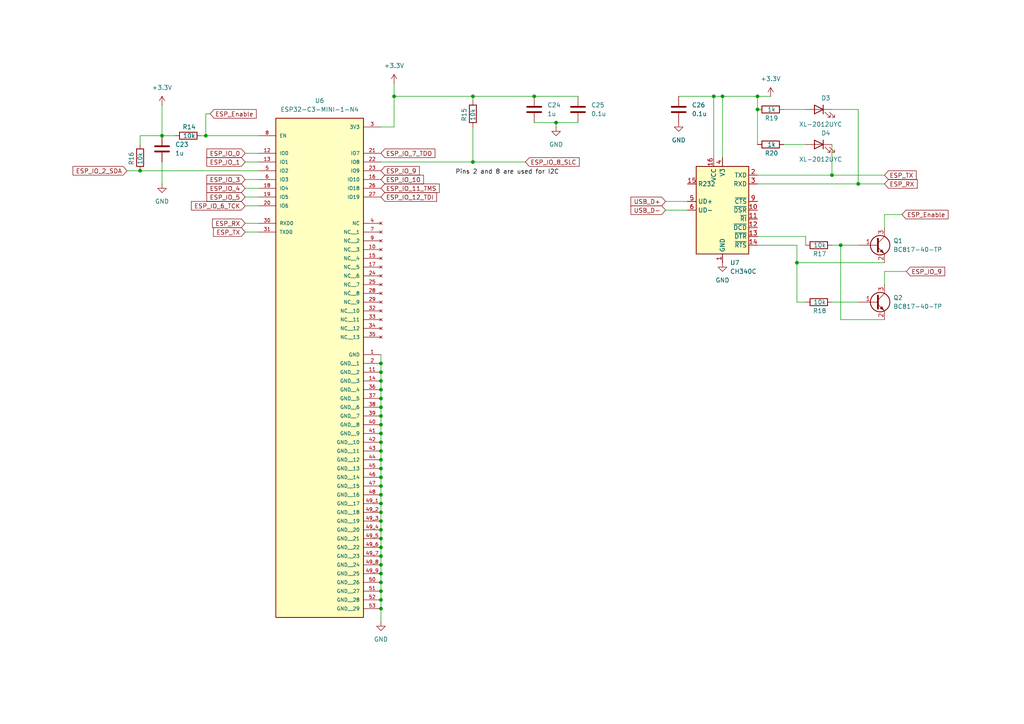
<source format=kicad_sch>
(kicad_sch (version 20231120) (generator "eeschema") (generator_version "8.0")
  (paper "A4")
  (lib_symbols
    (symbol "Device:C" (pin_numbers hide) (pin_names (offset 0.254))
      (property "Reference" "C" (at 0.635 2.54 0))
      (property "Value" "C" (at 0.635 -2.54 0))
      (symbol "C_0_1"
        (polyline (pts (xy -2.032 -0.762) (xy 2.032 -0.762)) (stroke (width 0.508)))
        (polyline (pts (xy -2.032 0.762) (xy 2.032 0.762)) (stroke (width 0.508)))
      )
      (symbol "C_1_1"
        (pin passive line (at 0 3.81 270) (length 2.794) (name "~") (number "1"))
        (pin passive line (at 0 -3.81 90) (length 2.794) (name "~") (number "2"))
      )
    )
    (symbol "Device:LED" (pin_numbers hide) (pin_names (offset 1.016) hide)
      (property "Reference" "D" (at 0 2.54 0))
      (property "Value" "LED" (at 0 -2.54 0))
      (symbol "LED_0_1"
        (polyline (pts (xy -1.27 -1.27) (xy -1.27 1.27)) (stroke (width 0.254)))
        (polyline (pts (xy -1.27 0) (xy 1.27 0)))
        (polyline (pts (xy 1.27 -1.27) (xy 1.27 1.27) (xy -1.27 0) (xy 1.27 -1.27)) (stroke (width 0.254)))
        (polyline (pts (xy -3.048 -0.762) (xy -4.572 -2.286) (xy -3.81 -2.286) (xy -4.572 -2.286) (xy -4.572 -1.524)))
        (polyline (pts (xy -1.778 -0.762) (xy -3.302 -2.286) (xy -2.54 -2.286) (xy -3.302 -2.286) (xy -3.302 -1.524)))
      )
      (symbol "LED_1_1"
        (pin passive line (at -3.81 0 0) (length 2.54) (name "K") (number "1"))
        (pin passive line (at 3.81 0 180) (length 2.54) (name "A") (number "2"))
      )
    )
    (symbol "Device:R" (pin_numbers hide) (pin_names (offset 0))
      (property "Reference" "R" (at 2.032 0 90))
      (property "Value" "R" (at 0 0 90))
      (symbol "R_0_1"
        (rectangle (start -1.016 -2.54) (end 1.016 2.54) (stroke (width 0.254)))
      )
      (symbol "R_1_1"
        (pin passive line (at 0 3.81 270) (length 1.27) (name "~") (number "1"))
        (pin passive line (at 0 -3.81 90) (length 1.27) (name "~") (number "2"))
      )
    )
    (symbol "Interface_USB:CH340C"
      (property "Reference" "U" (at -5.08 13.97 0))
      (property "Value" "CH340C" (at 1.27 13.97 0))
      (symbol "CH340C_0_1"
        (rectangle (start -7.62 12.7) (end 7.62 -12.7) (stroke (width 0.254)) (fill (type background)))
      )
      (symbol "CH340C_1_1"
        (pin power_in line (at 0 -15.24 90) (length 2.54) (name "GND") (number "1"))
        (pin input line (at 10.16 0 180) (length 2.54) (name "~{DSR}") (number "10"))
        (pin input line (at 10.16 -2.54 180) (length 2.54) (name "~{RI}") (number "11"))
        (pin input line (at 10.16 -5.08 180) (length 2.54) (name "~{DCD}") (number "12"))
        (pin output line (at 10.16 -7.62 180) (length 2.54) (name "~{DTR}") (number "13"))
        (pin output line (at 10.16 -10.16 180) (length 2.54) (name "~{RTS}") (number "14"))
        (pin input line (at -10.16 7.62 0) (length 2.54) (name "R232") (number "15"))
        (pin power_in line (at -2.54 15.24 270) (length 2.54) (name "VCC") (number "16"))
        (pin output line (at 10.16 10.16 180) (length 2.54) (name "TXD") (number "2"))
        (pin input line (at 10.16 7.62 180) (length 2.54) (name "RXD") (number "3"))
        (pin power_out line (at 0 15.24 270) (length 2.54) (name "V3") (number "4"))
        (pin bidirectional line (at -10.16 2.54 0) (length 2.54) (name "UD+") (number "5"))
        (pin bidirectional line (at -10.16 0 0) (length 2.54) (name "UD-") (number "6"))
        (pin no_connect line (at -7.62 -5.08 0) (length 2.54) hide (name "NC") (number "7"))
        (pin no_connect line (at -7.62 -7.62 0) (length 2.54) hide (name "NC") (number "8"))
        (pin input line (at 10.16 2.54 180) (length 2.54) (name "~{CTS}") (number "9"))
      )
    )
    (symbol "Symbol_Library:ESP32-C3-MINI-1-N4" (pin_names (offset 1.016))
      (property "Reference" "U" (at -12.7 18.796 0))
      (property "Value" "ESP32-C3-MINI-1-N4" (at -12.7 -129.54 0))
      (symbol "ESP32-C3-MINI-1-N4_0_0"
        (rectangle (start -12.7 17.78) (end 12.7 -127) (stroke (width 0.254)) (fill (type background)))
        (pin power_in line (at 17.78 -50.8 180) (length 5.08) (name "GND") (number "1"))
        (pin no_connect line (at 17.78 -20.32 180) (length 5.08) (name "NC__3") (number "10"))
        (pin power_in line (at 17.78 -55.88 180) (length 5.08) (name "GND__2") (number "11"))
        (pin bidirectional line (at -17.78 7.62 0) (length 5.08) (name "IO0") (number "12"))
        (pin bidirectional line (at -17.78 5.08 0) (length 5.08) (name "IO1") (number "13"))
        (pin power_in line (at 17.78 -58.42 180) (length 5.08) (name "GND__3") (number "14"))
        (pin no_connect line (at 17.78 -22.86 180) (length 5.08) (name "NC__4") (number "15"))
        (pin bidirectional line (at 17.78 0 180) (length 5.08) (name "IO10") (number "16"))
        (pin no_connect line (at 17.78 -25.4 180) (length 5.08) (name "NC__5") (number "17"))
        (pin bidirectional line (at -17.78 -2.54 0) (length 5.08) (name "IO4") (number "18"))
        (pin bidirectional line (at -17.78 -5.08 0) (length 5.08) (name "IO5") (number "19"))
        (pin power_in line (at 17.78 -53.34 180) (length 5.08) (name "GND__1") (number "2"))
        (pin bidirectional line (at -17.78 -7.62 0) (length 5.08) (name "IO6") (number "20"))
        (pin bidirectional line (at 17.78 7.62 180) (length 5.08) (name "IO7") (number "21"))
        (pin bidirectional line (at 17.78 5.08 180) (length 5.08) (name "IO8") (number "22"))
        (pin bidirectional line (at 17.78 2.54 180) (length 5.08) (name "IO9") (number "23"))
        (pin no_connect line (at 17.78 -27.94 180) (length 5.08) (name "NC__6") (number "24"))
        (pin no_connect line (at 17.78 -30.48 180) (length 5.08) (name "NC__7") (number "25"))
        (pin bidirectional line (at 17.78 -2.54 180) (length 5.08) (name "IO18") (number "26"))
        (pin bidirectional line (at 17.78 -5.08 180) (length 5.08) (name "IO19") (number "27"))
        (pin no_connect line (at 17.78 -33.02 180) (length 5.08) (name "NC__8") (number "28"))
        (pin no_connect line (at 17.78 -35.56 180) (length 5.08) (name "NC__9") (number "29"))
        (pin power_in line (at 17.78 15.24 180) (length 5.08) (name "3V3") (number "3"))
        (pin bidirectional line (at -17.78 -12.7 0) (length 5.08) (name "RXD0") (number "30"))
        (pin bidirectional line (at -17.78 -15.24 0) (length 5.08) (name "TXD0") (number "31"))
        (pin no_connect line (at 17.78 -38.1 180) (length 5.08) (name "NC__10") (number "32"))
        (pin no_connect line (at 17.78 -40.64 180) (length 5.08) (name "NC__11") (number "33"))
        (pin no_connect line (at 17.78 -43.18 180) (length 5.08) (name "NC__12") (number "34"))
        (pin no_connect line (at 17.78 -45.72 180) (length 5.08) (name "NC__13") (number "35"))
        (pin power_in line (at 17.78 -60.96 180) (length 5.08) (name "GND__4") (number "36"))
        (pin power_in line (at 17.78 -63.5 180) (length 5.08) (name "GND__5") (number "37"))
        (pin power_in line (at 17.78 -66.04 180) (length 5.08) (name "GND__6") (number "38"))
        (pin power_in line (at 17.78 -68.58 180) (length 5.08) (name "GND__7") (number "39"))
        (pin no_connect line (at 17.78 -12.7 180) (length 5.08) (name "NC") (number "4"))
        (pin power_in line (at 17.78 -71.12 180) (length 5.08) (name "GND__8") (number "40"))
        (pin power_in line (at 17.78 -73.66 180) (length 5.08) (name "GND__9") (number "41"))
        (pin power_in line (at 17.78 -76.2 180) (length 5.08) (name "GND__10") (number "42"))
        (pin power_in line (at 17.78 -78.74 180) (length 5.08) (name "GND__11") (number "43"))
        (pin power_in line (at 17.78 -81.28 180) (length 5.08) (name "GND__12") (number "44"))
        (pin power_in line (at 17.78 -83.82 180) (length 5.08) (name "GND__13") (number "45"))
        (pin power_in line (at 17.78 -86.36 180) (length 5.08) (name "GND__14") (number "46"))
        (pin power_in line (at 17.78 -88.9 180) (length 5.08) (name "GND__15") (number "47"))
        (pin power_in line (at 17.78 -91.44 180) (length 5.08) (name "GND__16") (number "48"))
        (pin power_in line (at 17.78 -93.98 180) (length 5.08) (name "GND__17") (number "49_1"))
        (pin power_in line (at 17.78 -96.52 180) (length 5.08) (name "GND__18") (number "49_2"))
        (pin power_in line (at 17.78 -99.06 180) (length 5.08) (name "GND__19") (number "49_3"))
        (pin power_in line (at 17.78 -101.6 180) (length 5.08) (name "GND__20") (number "49_4"))
        (pin power_in line (at 17.78 -104.14 180) (length 5.08) (name "GND__21") (number "49_5"))
        (pin power_in line (at 17.78 -106.68 180) (length 5.08) (name "GND__22") (number "49_6"))
        (pin power_in line (at 17.78 -109.22 180) (length 5.08) (name "GND__23") (number "49_7"))
        (pin power_in line (at 17.78 -111.76 180) (length 5.08) (name "GND__24") (number "49_8"))
        (pin power_in line (at 17.78 -114.3 180) (length 5.08) (name "GND__25") (number "49_9"))
        (pin bidirectional line (at -17.78 2.54 0) (length 5.08) (name "IO2") (number "5"))
        (pin power_in line (at 17.78 -116.84 180) (length 5.08) (name "GND__26") (number "50"))
        (pin power_in line (at 17.78 -119.38 180) (length 5.08) (name "GND__27") (number "51"))
        (pin power_in line (at 17.78 -121.92 180) (length 5.08) (name "GND__28") (number "52"))
        (pin power_in line (at 17.78 -124.46 180) (length 5.08) (name "GND__29") (number "53"))
        (pin bidirectional line (at -17.78 0 0) (length 5.08) (name "IO3") (number "6"))
        (pin no_connect line (at 17.78 -15.24 180) (length 5.08) (name "NC__1") (number "7"))
        (pin input line (at -17.78 12.7 0) (length 5.08) (name "EN") (number "8"))
        (pin no_connect line (at 17.78 -17.78 180) (length 5.08) (name "NC__2") (number "9"))
      )
    )
    (symbol "Transistor_BJT:BC817" (pin_names (offset 0) hide)
      (property "Reference" "Q" (at 5.08 1.905 0))
      (property "Value" "BC817" (at 5.08 0 0))
      (symbol "BC817_0_1"
        (polyline (pts (xy 0.635 0.635) (xy 2.54 2.54)))
        (polyline (pts (xy 0.635 -0.635) (xy 2.54 -2.54) (xy 2.54 -2.54)))
        (polyline (pts (xy 0.635 1.905) (xy 0.635 -1.905) (xy 0.635 -1.905)) (stroke (width 0.508)))
        (polyline (pts (xy 1.27 -1.778) (xy 1.778 -1.27) (xy 2.286 -2.286) (xy 1.27 -1.778) (xy 1.27 -1.778)) (fill (type outline)))
        (circle (center 1.27 0) (radius 2.8194) (stroke (width 0.254)))
      )
      (symbol "BC817_1_1"
        (pin input line (at -5.08 0 0) (length 5.715) (name "B") (number "1"))
        (pin passive line (at 2.54 -5.08 90) (length 2.54) (name "E") (number "2"))
        (pin passive line (at 2.54 5.08 270) (length 2.54) (name "C") (number "3"))
      )
    )
    (symbol "power:+3.3V" (power) (pin_numbers hide) (pin_names (offset 0) hide)
      (property "Value" "+3.3V" (at 0 3.556 0))
      (symbol "+3.3V_0_1"
        (polyline (pts (xy -0.762 1.27) (xy 0 2.54)))
        (polyline (pts (xy 0 0) (xy 0 2.54)))
        (polyline (pts (xy 0 2.54) (xy 0.762 1.27)))
      )
      (symbol "+3.3V_1_1"
        (pin power_in line (at 0 0 90) (length 0) (name "~") (number "1"))
      )
    )
    (symbol "power:GND" (power) (pin_numbers hide) (pin_names (offset 0) hide)
      (property "Value" "GND" (at 0 -3.81 0))
      (symbol "GND_0_1"
        (polyline (pts (xy 0 0) (xy 0 -1.27) (xy 1.27 -1.27) (xy 0 -2.54) (xy -1.27 -1.27) (xy 0 -1.27)))
      )
      (symbol "GND_1_1"
        (pin power_in line (at 0 0 270) (length 0) (name "~") (number "1"))
      )
    )
  )
  (junction (at 161.29 35.56))
  (junction (at 137.16 46.99))
  (junction (at 114.3 27.94))
  (junction (at 110.49 166.37))
  (junction (at 110.49 171.45))
  (junction (at 219.71 27.94))
  (junction (at 241.3 50.8))
  (junction (at 110.49 115.57))
  (junction (at 110.49 113.03))
  (junction (at 110.49 163.83))
  (junction (at 248.92 53.34))
  (junction (at 110.49 120.65))
  (junction (at 110.49 176.53))
  (junction (at 243.84 71.12))
  (junction (at 110.49 143.51))
  (junction (at 110.49 107.95))
  (junction (at 110.49 110.49))
  (junction (at 46.99 39.37))
  (junction (at 110.49 148.59))
  (junction (at 219.71 31.75))
  (junction (at 110.49 138.43))
  (junction (at 110.49 130.81))
  (junction (at 209.55 27.94))
  (junction (at 231.14 76.2))
  (junction (at 110.49 118.11))
  (junction (at 137.16 27.94))
  (junction (at 154.94 27.94))
  (junction (at 110.49 153.67))
  (junction (at 110.49 125.73))
  (junction (at 207.01 27.94))
  (junction (at 110.49 146.05))
  (junction (at 110.49 156.21))
  (junction (at 40.64 49.53))
  (junction (at 110.49 133.35))
  (junction (at 110.49 173.99))
  (junction (at 110.49 161.29))
  (junction (at 110.49 128.27))
  (junction (at 110.49 158.75))
  (junction (at 110.49 123.19))
  (junction (at 110.49 105.41))
  (junction (at 110.49 140.97))
  (junction (at 110.49 135.89))
  (junction (at 110.49 151.13))
  (junction (at 59.69 39.37))
  (junction (at 110.49 168.91))
  (wire (pts (xy 36.83 49.53) (xy 40.64 49.53)))
  (wire (pts (xy 110.49 168.91) (xy 110.49 171.45)))
  (wire (pts (xy 219.71 71.12) (xy 231.14 71.12)))
  (wire (pts (xy 243.84 71.12) (xy 248.92 71.12)))
  (wire (pts (xy 137.16 27.94) (xy 137.16 29.21)))
  (wire (pts (xy 110.49 105.41) (xy 110.49 107.95)))
  (wire (pts (xy 241.3 31.75) (xy 248.92 31.75)))
  (wire (pts (xy 114.3 36.83) (xy 110.49 36.83)))
  (wire (pts (xy 209.55 27.94) (xy 209.55 45.72)))
  (wire (pts (xy 243.84 92.71) (xy 256.54 92.71)))
  (wire (pts (xy 110.49 151.13) (xy 110.49 153.67)))
  (wire (pts (xy 110.49 156.21) (xy 110.49 158.75)))
  (wire (pts (xy 262.89 78.74) (xy 256.54 78.74)))
  (wire (pts (xy 40.64 41.91) (xy 40.64 39.37)))
  (wire (pts (xy 110.49 173.99) (xy 110.49 176.53)))
  (wire (pts (xy 231.14 76.2) (xy 231.14 87.63)))
  (wire (pts (xy 114.3 27.94) (xy 137.16 27.94)))
  (wire (pts (xy 196.85 27.94) (xy 207.01 27.94)))
  (wire (pts (xy 110.49 143.51) (xy 110.49 146.05)))
  (wire (pts (xy 110.49 163.83) (xy 110.49 166.37)))
  (wire (pts (xy 110.49 110.49) (xy 110.49 113.03)))
  (wire (pts (xy 110.49 135.89) (xy 110.49 138.43)))
  (wire (pts (xy 161.29 35.56) (xy 167.64 35.56)))
  (wire (pts (xy 219.71 27.94) (xy 223.52 27.94)))
  (wire (pts (xy 110.49 148.59) (xy 110.49 151.13)))
  (wire (pts (xy 154.94 35.56) (xy 161.29 35.56)))
  (wire (pts (xy 231.14 76.2) (xy 256.54 76.2)))
  (wire (pts (xy 243.84 92.71) (xy 243.84 71.12)))
  (wire (pts (xy 233.68 68.58) (xy 219.71 68.58)))
  (wire (pts (xy 110.49 123.19) (xy 110.49 125.73)))
  (wire (pts (xy 40.64 39.37) (xy 46.99 39.37)))
  (wire (pts (xy 248.92 31.75) (xy 248.92 53.34)))
  (wire (pts (xy 71.12 64.77) (xy 74.93 64.77)))
  (wire (pts (xy 110.49 146.05) (xy 110.49 148.59)))
  (wire (pts (xy 248.92 53.34) (xy 256.54 53.34)))
  (wire (pts (xy 227.33 31.75) (xy 233.68 31.75)))
  (wire (pts (xy 137.16 27.94) (xy 154.94 27.94)))
  (wire (pts (xy 110.49 107.95) (xy 110.49 110.49)))
  (wire (pts (xy 110.49 133.35) (xy 110.49 135.89)))
  (wire (pts (xy 46.99 53.34) (xy 46.99 46.99)))
  (wire (pts (xy 227.33 41.91) (xy 233.68 41.91)))
  (wire (pts (xy 209.55 27.94) (xy 219.71 27.94)))
  (wire (pts (xy 110.49 166.37) (xy 110.49 168.91)))
  (wire (pts (xy 71.12 52.07) (xy 74.93 52.07)))
  (wire (pts (xy 59.69 39.37) (xy 74.93 39.37)))
  (wire (pts (xy 110.49 176.53) (xy 110.49 180.34)))
  (wire (pts (xy 152.4 46.99) (xy 137.16 46.99)))
  (wire (pts (xy 110.49 158.75) (xy 110.49 161.29)))
  (wire (pts (xy 110.49 115.57) (xy 110.49 118.11)))
  (wire (pts (xy 219.71 53.34) (xy 248.92 53.34)))
  (wire (pts (xy 46.99 30.48) (xy 46.99 39.37)))
  (wire (pts (xy 233.68 71.12) (xy 233.68 68.58)))
  (wire (pts (xy 110.49 120.65) (xy 110.49 123.19)))
  (wire (pts (xy 219.71 31.75) (xy 219.71 41.91)))
  (wire (pts (xy 241.3 87.63) (xy 248.92 87.63)))
  (wire (pts (xy 219.71 50.8) (xy 241.3 50.8)))
  (wire (pts (xy 110.49 102.87) (xy 110.49 105.41)))
  (wire (pts (xy 71.12 59.69) (xy 74.93 59.69)))
  (wire (pts (xy 114.3 24.13) (xy 114.3 27.94)))
  (wire (pts (xy 256.54 78.74) (xy 256.54 82.55)))
  (wire (pts (xy 71.12 54.61) (xy 74.93 54.61)))
  (wire (pts (xy 71.12 67.31) (xy 74.93 67.31)))
  (wire (pts (xy 219.71 27.94) (xy 219.71 31.75)))
  (wire (pts (xy 110.49 138.43) (xy 110.49 140.97)))
  (wire (pts (xy 110.49 125.73) (xy 110.49 128.27)))
  (wire (pts (xy 71.12 46.99) (xy 74.93 46.99)))
  (wire (pts (xy 110.49 153.67) (xy 110.49 156.21)))
  (wire (pts (xy 256.54 62.23) (xy 256.54 66.04)))
  (wire (pts (xy 241.3 50.8) (xy 256.54 50.8)))
  (wire (pts (xy 59.69 39.37) (xy 58.42 39.37)))
  (wire (pts (xy 60.96 33.02) (xy 59.69 33.02)))
  (wire (pts (xy 110.49 161.29) (xy 110.49 163.83)))
  (wire (pts (xy 154.94 27.94) (xy 167.64 27.94)))
  (wire (pts (xy 193.04 60.96) (xy 199.39 60.96)))
  (wire (pts (xy 40.64 49.53) (xy 74.93 49.53)))
  (wire (pts (xy 110.49 130.81) (xy 110.49 133.35)))
  (wire (pts (xy 231.14 71.12) (xy 231.14 76.2)))
  (wire (pts (xy 241.3 71.12) (xy 243.84 71.12)))
  (wire (pts (xy 261.62 62.23) (xy 256.54 62.23)))
  (wire (pts (xy 161.29 35.56) (xy 161.29 36.83)))
  (wire (pts (xy 193.04 58.42) (xy 199.39 58.42)))
  (wire (pts (xy 59.69 33.02) (xy 59.69 39.37)))
  (wire (pts (xy 110.49 118.11) (xy 110.49 120.65)))
  (wire (pts (xy 110.49 140.97) (xy 110.49 143.51)))
  (wire (pts (xy 137.16 36.83) (xy 137.16 46.99)))
  (wire (pts (xy 71.12 57.15) (xy 74.93 57.15)))
  (wire (pts (xy 114.3 27.94) (xy 114.3 36.83)))
  (wire (pts (xy 231.14 87.63) (xy 233.68 87.63)))
  (wire (pts (xy 110.49 171.45) (xy 110.49 173.99)))
  (wire (pts (xy 110.49 128.27) (xy 110.49 130.81)))
  (wire (pts (xy 46.99 39.37) (xy 50.8 39.37)))
  (wire (pts (xy 71.12 44.45) (xy 74.93 44.45)))
  (wire (pts (xy 110.49 113.03) (xy 110.49 115.57)))
  (wire (pts (xy 207.01 27.94) (xy 209.55 27.94)))
  (wire (pts (xy 207.01 27.94) (xy 207.01 45.72)))
  (wire (pts (xy 137.16 46.99) (xy 110.49 46.99)))
  (wire (pts (xy 241.3 50.8) (xy 241.3 41.91)))
  (label "Pins 2 and 8 are used for I2C " (at 132.08 50.8 0))
  (global_label "ESP_IO_8_SLC" (shape input) (at 152.4 46.99 0) (property "Intersheetrefs" "${INTERSHEET_REFS}" (at 168.5689 46.99 0) (effects (justify left))))
  (global_label "ESP_IO_4" (shape input) (at 71.12 54.61 180) (property "Intersheetrefs" "${INTERSHEET_REFS}" (at 59.4263 54.61 0) (effects (justify right))))
  (global_label "ESP_IO_10" (shape input) (at 110.49 52.07 0) (property "Intersheetrefs" "${INTERSHEET_REFS}" (at 123.3932 52.07 0) (effects (justify left))))
  (global_label "ESP_TX" (shape input) (at 256.54 50.8 0) (property "Intersheetrefs" "${INTERSHEET_REFS}" (at 266.2984 50.8 0) (effects (justify left))))
  (global_label "ESP_IO_2_SDA" (shape input) (at 36.83 49.53 180) (property "Intersheetrefs" "${INTERSHEET_REFS}" (at 20.6006 49.53 0) (effects (justify right))))
  (global_label "ESP_IO_12_TDI" (shape input) (at 110.49 57.15 0) (property "Intersheetrefs" "${INTERSHEET_REFS}" (at 127.2032 57.15 0) (effects (justify left))))
  (global_label "ESP_IO_5" (shape input) (at 71.12 57.15 180) (property "Intersheetrefs" "${INTERSHEET_REFS}" (at 59.4263 57.15 0) (effects (justify right))))
  (global_label "ESP_IO_0" (shape input) (at 71.12 44.45 180) (property "Intersheetrefs" "${INTERSHEET_REFS}" (at 59.4263 44.45 0) (effects (justify right))))
  (global_label "USB_D+" (shape input) (at 193.04 58.42 180) (property "Intersheetrefs" "${INTERSHEET_REFS}" (at 182.4348 58.42 0) (effects (justify right))))
  (global_label "USB_D-" (shape input) (at 193.04 60.96 180) (property "Intersheetrefs" "${INTERSHEET_REFS}" (at 182.4348 60.96 0) (effects (justify right))))
  (global_label "ESP_IO_9" (shape input) (at 262.89 78.74 0) (property "Intersheetrefs" "${INTERSHEET_REFS}" (at 274.5837 78.74 0) (effects (justify left))))
  (global_label "ESP_RX" (shape input) (at 256.54 53.34 0) (property "Intersheetrefs" "${INTERSHEET_REFS}" (at 266.6008 53.34 0) (effects (justify left))))
  (global_label "ESP_IO_3" (shape input) (at 71.12 52.07 180) (property "Intersheetrefs" "${INTERSHEET_REFS}" (at 59.4263 52.07 0) (effects (justify right))))
  (global_label "ESP_IO_9" (shape input) (at 110.49 49.53 0) (property "Intersheetrefs" "${INTERSHEET_REFS}" (at 122.1837 49.53 0) (effects (justify left))))
  (global_label "ESP_RX" (shape input) (at 71.12 64.77 180) (property "Intersheetrefs" "${INTERSHEET_REFS}" (at 61.0592 64.77 0) (effects (justify right))))
  (global_label "ESP_Enable" (shape input) (at 261.62 62.23 0) (property "Intersheetrefs" "${INTERSHEET_REFS}" (at 275.5511 62.23 0) (effects (justify left))))
  (global_label "ESP_TX" (shape input) (at 71.12 67.31 180) (property "Intersheetrefs" "${INTERSHEET_REFS}" (at 61.3616 67.31 0) (effects (justify right))))
  (global_label "ESP_IO_7_TDO" (shape input) (at 110.49 44.45 0) (property "Intersheetrefs" "${INTERSHEET_REFS}" (at 126.7194 44.45 0) (effects (justify left))))
  (global_label "ESP_IO_1" (shape input) (at 71.12 46.99 180) (property "Intersheetrefs" "${INTERSHEET_REFS}" (at 59.4263 46.99 0) (effects (justify right))))
  (global_label "ESP_IO_11_TMS" (shape input) (at 110.49 54.61 0) (property "Intersheetrefs" "${INTERSHEET_REFS}" (at 127.9893 54.61 0) (effects (justify left))))
  (global_label "ESP_IO_6_TCK" (shape input) (at 71.12 59.69 180) (property "Intersheetrefs" "${INTERSHEET_REFS}" (at 54.9511 59.69 0) (effects (justify right))))
  (global_label "ESP_Enable" (shape input) (at 60.96 33.02 0) (property "Intersheetrefs" "${INTERSHEET_REFS}" (at 74.8911 33.02 0) (effects (justify left))))
  (symbol (lib_id "Device:R") (at 223.52 41.91 90) (mirror x) (unit 1)
    (property "Reference" "R20" (at 223.774 44.45 90))
    (property "Value" "1k" (at 223.774 41.91 90))
    (property "Footprint" "Resistor_SMD:R_0805_2012Metric" (effects (hide yes)))
    (property "Description" "Resistor" (effects (hide yes)))
  )
  (symbol (lib_id "Transistor_BJT:BC817") (at 254 87.63 0) (unit 1)
    (property "Reference" "Q2" (at 259.08 86.3599 0) (effects (justify left)))
    (property "Value" "BC817-40-TP" (at 259.08 88.8999 0) (effects (justify left)))
    (property "Footprint" "Package_TO_SOT_SMD:SOT-23" (effects (hide yes)))
    (property "Datasheet" "https://www.onsemi.com/pub/Collateral/BC818-D.pdf" (effects (hide yes)))
    (property "Description" "0.8A Ic, 45V Vce, NPN Transistor, SOT-23" (effects (hide yes)))
  )
  (symbol (lib_id "Device:C") (at 167.64 31.75 0) (unit 1)
    (property "Reference" "C25" (at 171.45 30.4799 0) (effects (justify left)))
    (property "Value" "0.1u" (at 171.45 33.0199 0) (effects (justify left)))
    (property "Footprint" "Capacitor_SMD:C_0805_2012Metric" (effects (hide yes)))
    (property "Description" "Unpolarized capacitor" (effects (hide yes)))
  )
  (symbol (lib_id "Device:R") (at 40.64 45.72 0) (mirror y) (unit 1)
    (property "Reference" "R16" (at 38.1 45.974 90))
    (property "Value" "10k" (at 40.64 45.974 90))
    (property "Footprint" "Resistor_SMD:R_0805_2012Metric" (effects (hide yes)))
    (property "Description" "Resistor" (effects (hide yes)))
  )
  (symbol (lib_id "Device:C") (at 46.99 43.18 0) (unit 1)
    (property "Reference" "C23" (at 50.8 41.9099 0) (effects (justify left)))
    (property "Value" "1u" (at 50.8 44.4499 0) (effects (justify left)))
    (property "Footprint" "Capacitor_SMD:C_0805_2012Metric" (effects (hide yes)))
    (property "Description" "Unpolarized capacitor" (effects (hide yes)))
  )
  (symbol (lib_id "power:+3.3V") (at 223.52 27.94 0) (unit 1)
    (property "Reference" "#PWR036" (effects (hide yes)))
    (property "Value" "+3.3V" (at 223.52 22.86 0))
    (property "Description" "Power symbol creates a global label with name \"+3.3V\"" (effects (hide yes)))
  )
  (symbol (lib_id "Device:R") (at 237.49 71.12 90) (mirror x) (unit 1)
    (property "Reference" "R17" (at 237.744 73.66 90))
    (property "Value" "10k" (at 237.744 71.12 90))
    (property "Footprint" "Resistor_SMD:R_0805_2012Metric" (effects (hide yes)))
    (property "Description" "Resistor" (effects (hide yes)))
  )
  (symbol (lib_id "power:+3.3V") (at 46.99 30.48 0) (unit 1)
    (property "Reference" "#PWR032" (effects (hide yes)))
    (property "Value" "+3.3V" (at 46.99 25.4 0))
    (property "Description" "Power symbol creates a global label with name \"+3.3V\"" (effects (hide yes)))
  )
  (symbol (lib_id "Device:R") (at 54.61 39.37 90) (unit 1)
    (property "Reference" "R14" (at 54.864 36.83 90))
    (property "Value" "10k" (at 54.864 39.37 90))
    (property "Footprint" "Resistor_SMD:R_0805_2012Metric" (effects (hide yes)))
    (property "Description" "Resistor" (effects (hide yes)))
  )
  (symbol (lib_id "Device:R") (at 237.49 87.63 90) (mirror x) (unit 1)
    (property "Reference" "R18" (at 237.744 90.17 90))
    (property "Value" "10k" (at 237.744 87.63 90))
    (property "Footprint" "Resistor_SMD:R_0805_2012Metric" (effects (hide yes)))
    (property "Description" "Resistor" (effects (hide yes)))
  )
  (symbol (lib_id "Interface_USB:CH340C") (at 209.55 60.96 0) (unit 1)
    (property "Reference" "U7" (at 211.7441 76.2 0) (effects (justify left)))
    (property "Value" "CH340C" (at 211.7441 78.74 0) (effects (justify left)))
    (property "Footprint" "Package_SO:SOIC-16_3.9x9.9mm_P1.27mm" (effects (hide yes)))
    (property "Datasheet" "https://datasheet.lcsc.com/szlcsc/Jiangsu-Qin-Heng-CH340C_C84681.pdf" (effects (hide yes)))
    (property "Description" "USB serial converter, crystal-less, UART, SOIC-16" (effects (hide yes)))
  )
  (symbol (lib_id "power:GND") (at 110.49 180.34 0) (unit 1)
    (property "Reference" "#PWR035" (effects (hide yes)))
    (property "Value" "GND" (at 110.49 185.42 0))
    (property "Description" "Power symbol creates a global label with name \"GND\" , ground" (effects (hide yes)))
  )
  (symbol (lib_id "power:GND") (at 196.85 35.56 0) (unit 1)
    (property "Reference" "#PWR044" (effects (hide yes)))
    (property "Value" "GND" (at 196.85 40.64 0))
    (property "Description" "Power symbol creates a global label with name \"GND\" , ground" (effects (hide yes)))
  )
  (symbol (lib_id "Device:LED") (at 237.49 41.91 0) (mirror y) (unit 1)
    (property "Reference" "D4" (at 239.522 38.608 0))
    (property "Value" "XL-2012UYC" (at 237.998 46.228 0))
    (property "Footprint" "LED_SMD:LED_0805_2012Metric" (effects (hide yes)))
    (property "Description" "Light emitting diode Blue" (effects (hide yes)))
  )
  (symbol (lib_id "Device:C") (at 196.85 31.75 0) (unit 1)
    (property "Reference" "C26" (at 200.66 30.4799 0) (effects (justify left)))
    (property "Value" "0.1u" (at 200.66 33.0199 0) (effects (justify left)))
    (property "Footprint" "Capacitor_SMD:C_0805_2012Metric" (effects (hide yes)))
    (property "Description" "Unpolarized capacitor" (effects (hide yes)))
  )
  (symbol (lib_id "Device:R") (at 137.16 33.02 0) (mirror y) (unit 1)
    (property "Reference" "R15" (at 134.62 33.274 90))
    (property "Value" "10k" (at 137.16 33.274 90))
    (property "Footprint" "Resistor_SMD:R_0805_2012Metric" (effects (hide yes)))
    (property "Description" "Resistor" (effects (hide yes)))
  )
  (symbol (lib_id "power:GND") (at 209.55 76.2 0) (unit 1)
    (property "Reference" "#PWR045" (effects (hide yes)))
    (property "Value" "GND" (at 209.55 81.28 0))
    (property "Description" "Power symbol creates a global label with name \"GND\" , ground" (effects (hide yes)))
  )
  (symbol (lib_id "power:GND") (at 161.29 36.83 0) (unit 1)
    (property "Reference" "#PWR034" (effects (hide yes)))
    (property "Value" "GND" (at 161.29 41.91 0))
    (property "Description" "Power symbol creates a global label with name \"GND\" , ground" (effects (hide yes)))
  )
  (symbol (lib_id "power:+3.3V") (at 114.3 24.13 0) (unit 1)
    (property "Reference" "#PWR031" (effects (hide yes)))
    (property "Value" "+3.3V" (at 114.3 19.05 0))
    (property "Description" "Power symbol creates a global label with name \"+3.3V\"" (effects (hide yes)))
  )
  (symbol (lib_id "Symbol_Library:ESP32-C3-MINI-1-N4") (at 92.71 52.07 0) (unit 1)
    (property "Reference" "U6" (at 92.71 29.21 0))
    (property "Value" "ESP32-C3-MINI-1-N4" (at 92.71 31.75 0))
    (property "Footprint" "ESP32-C3-MINI-1-N4:XCVR_ESP32-C3-MINI-1-N4" (effects (hide yes)))
    (property "PARTREV" "v1.0" (effects (hide yes)))
    (property "STANDARD" "Manufacturer Recommendations" (effects (hide yes)))
    (property "MAXIMUM_PACKAGE_HEIGHT" "2.55mm" (effects (hide yes)))
    (property "MANUFACTURER" "Espressif Systems" (effects (hide yes)))
  )
  (symbol (lib_id "Device:R") (at 223.52 31.75 90) (mirror x) (unit 1)
    (property "Reference" "R19" (at 223.774 34.29 90))
    (property "Value" "1k" (at 223.774 31.75 90))
    (property "Footprint" "Resistor_SMD:R_0805_2012Metric" (effects (hide yes)))
    (property "Description" "Resistor" (effects (hide yes)))
  )
  (symbol (lib_id "Device:C") (at 154.94 31.75 0) (unit 1)
    (property "Reference" "C24" (at 158.75 30.4799 0) (effects (justify left)))
    (property "Value" "1u" (at 158.75 33.0199 0) (effects (justify left)))
    (property "Footprint" "Capacitor_SMD:C_0805_2012Metric" (effects (hide yes)))
    (property "Description" "Unpolarized capacitor" (effects (hide yes)))
  )
  (symbol (lib_id "Transistor_BJT:BC817") (at 254 71.12 0) (unit 1)
    (property "Reference" "Q1" (at 259.08 69.8499 0) (effects (justify left)))
    (property "Value" "BC817-40-TP" (at 259.08 72.3899 0) (effects (justify left)))
    (property "Footprint" "Package_TO_SOT_SMD:SOT-23" (effects (hide yes)))
    (property "Datasheet" "https://www.onsemi.com/pub/Collateral/BC818-D.pdf" (effects (hide yes)))
    (property "Description" "0.8A Ic, 45V Vce, NPN Transistor, SOT-23" (effects (hide yes)))
  )
  (symbol (lib_id "power:GND") (at 46.99 53.34 0) (unit 1)
    (property "Reference" "#PWR033" (effects (hide yes)))
    (property "Value" "GND" (at 46.99 58.42 0))
    (property "Description" "Power symbol creates a global label with name \"GND\" , ground" (effects (hide yes)))
  )
  (symbol (lib_id "Device:LED") (at 237.49 31.75 0) (mirror y) (unit 1)
    (property "Reference" "D3" (at 239.522 28.448 0))
    (property "Value" "XL-2012UYC" (at 237.998 36.068 0))
    (property "Footprint" "LED_SMD:LED_0805_2012Metric" (effects (hide yes)))
    (property "Description" "Light emitting diode Blue" (effects (hide yes)))
  )
)
</source>
